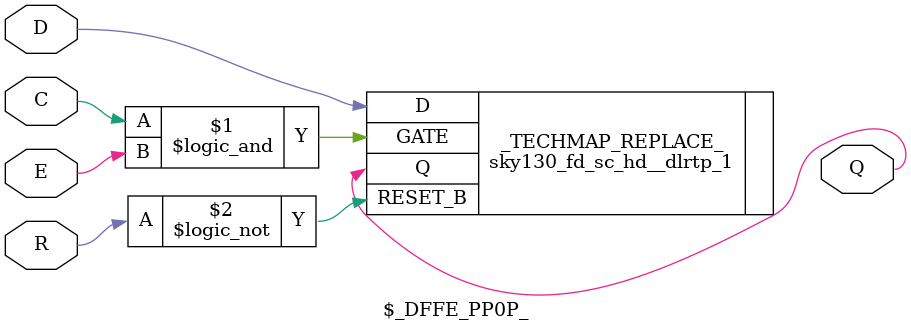
<source format=v>
module \$_SDFFE_PN0P_ (input D, C, R, E, output Q);
    wire temp_q;
    sky130_fd_sc_hd__dlxtp_1 _TECHMAP_REPLACE_ (
        .GATE(C && E),
        .D(D),
        .Q(temp_q)
    );

    always @(*) begin
        if (R && C) begin
            Q <= 1'b0;
        end else begin
            Q <= temp_q;
        end
    end

endmodule

module \$_SDFFE_PP0P_ (input D, C, R, E, output Q);
    wire temp_q;
    sky130_fd_sc_hd__dlxtp_1 _TECHMAP_REPLACE_ (
        .GATE(C && E),
        .D(D),
        .Q(temp_q)
    );
    
    always @(*) begin
        if (!R && C) begin
            Q <= 1'b0;
        end else begin
            Q <= temp_q;
        end   
    end
endmodule

module \$_DFFE_PP0P_ (input D, C, R, E, output Q);
    sky130_fd_sc_hd__dlrtp_1 _TECHMAP_REPLACE_ (
        .GATE(C && E),
        .RESET_B(!R),
        .D(D),
        .Q(Q)
    );
endmodule

</source>
